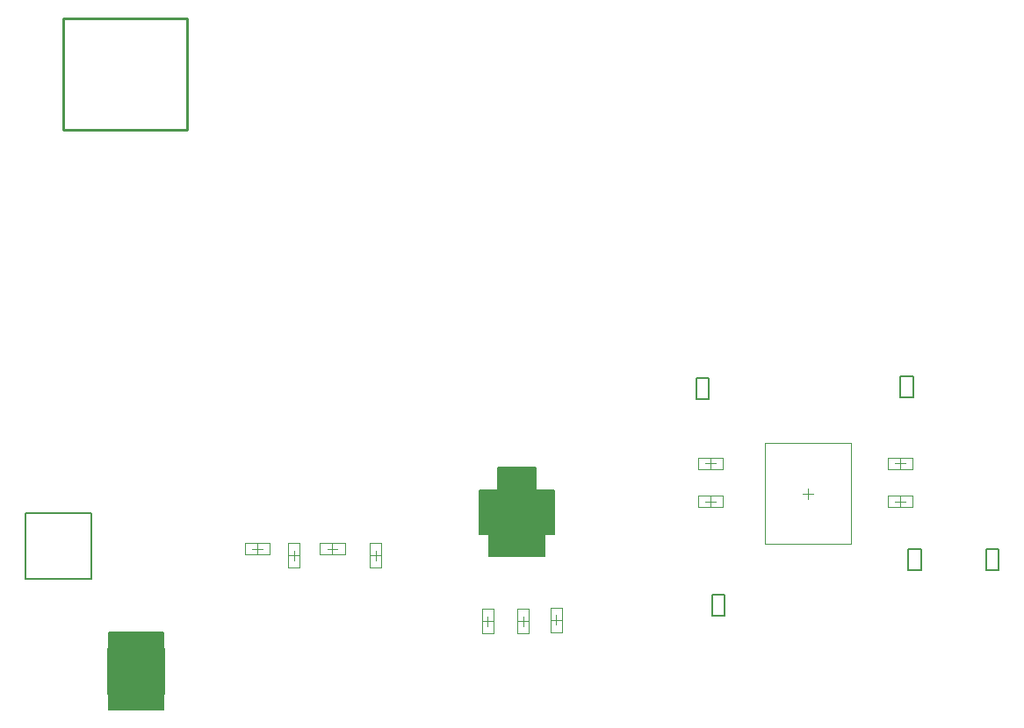
<source format=gbr>
%TF.GenerationSoftware,Altium Limited,Altium Designer,19.1.9 (167)*%
G04 Layer_Color=32768*
%FSLAX26Y26*%
%MOIN*%
%TF.FileFunction,Other,Mechanical_15*%
%TF.Part,Single*%
G01*
G75*
%TA.AperFunction,NonConductor*%
%ADD24C,0.010000*%
%ADD44C,0.003937*%
%ADD45C,0.006000*%
%ADD48C,0.007874*%
%ADD66C,0.001968*%
G36*
X483000Y592000D02*
Y651799D01*
X687000D01*
Y592000D01*
X691500D01*
Y418000D01*
X687000D01*
Y358201D01*
X483000D01*
Y418000D01*
X478500D01*
Y592000D01*
X483000D01*
D02*
G37*
G36*
X2172000Y1193000D02*
Y1027000D01*
X2135551D01*
Y941500D01*
X1924449D01*
Y1027000D01*
X1888000D01*
Y1193000D01*
X1959000D01*
Y1278500D01*
X2101000D01*
Y1193000D01*
X2172000D01*
D02*
G37*
D24*
X310039Y2987000D02*
X778150D01*
Y2562000D02*
Y2987000D01*
X310039Y2562000D02*
X778150D01*
X310039D02*
Y2987000D01*
D44*
X1473346Y897756D02*
X1516653D01*
X1473346Y992244D02*
X1516653D01*
X1473346Y897756D02*
Y992244D01*
X1516653Y897756D02*
Y992244D01*
X1495000Y926299D02*
Y963701D01*
X1476299Y945000D02*
X1513701D01*
X2161299Y700000D02*
X2198701D01*
X2180000Y681299D02*
Y718701D01*
X2158347Y652756D02*
Y747244D01*
X2201654Y652756D02*
Y747244D01*
X2158347Y652756D02*
X2201654D01*
X2158347Y747244D02*
X2201654D01*
X2033347Y742244D02*
X2076654D01*
X2033347Y647756D02*
X2076654D01*
Y742244D01*
X2033347Y647756D02*
Y742244D01*
X2055000Y676299D02*
Y713701D01*
X2036299Y695000D02*
X2073701D01*
X1901299Y695000D02*
X1938701D01*
X1920000Y676299D02*
Y713701D01*
X1941653Y647756D02*
Y742244D01*
X1898346Y647756D02*
Y742244D01*
X1941653D01*
X1898346Y647756D02*
X1941653D01*
X3532244Y1128346D02*
Y1171653D01*
X3437756Y1128346D02*
Y1171653D01*
Y1128346D02*
X3532244D01*
X3437756Y1171653D02*
X3532244D01*
X3466299Y1150000D02*
X3503701D01*
X3485000Y1131299D02*
Y1168701D01*
Y1276299D02*
Y1313701D01*
X3466299Y1295000D02*
X3503701D01*
X3437756Y1316653D02*
X3532244D01*
X3437756Y1273346D02*
X3532244D01*
X3437756D02*
Y1316653D01*
X3532244Y1273346D02*
Y1316653D01*
X2717756Y1273347D02*
Y1316654D01*
X2812244Y1273347D02*
Y1316654D01*
X2717756D02*
X2812244D01*
X2717756Y1273347D02*
X2812244D01*
X2746299Y1295000D02*
X2783701D01*
X2765000Y1276299D02*
Y1313701D01*
Y1131299D02*
Y1168701D01*
X2746299Y1150000D02*
X2783701D01*
X2717756Y1128347D02*
X2812244D01*
X2717756Y1171654D02*
X2812244D01*
Y1128347D02*
Y1171654D01*
X2717756Y1128347D02*
Y1171654D01*
X1092244Y948346D02*
Y991654D01*
X997756Y948346D02*
Y991654D01*
Y948346D02*
X1092244D01*
X997756Y991654D02*
X1092244D01*
X1026299Y970000D02*
X1063701D01*
X1045000Y951299D02*
Y988701D01*
X1163346Y992244D02*
X1206654D01*
X1163346Y897756D02*
X1206654D01*
Y992244D01*
X1163346Y897756D02*
Y992244D01*
X1185000Y926300D02*
Y963700D01*
X1166300Y945000D02*
X1203700D01*
X1330000Y951300D02*
Y988700D01*
X1311300Y970000D02*
X1348700D01*
X1282756Y991654D02*
X1377244D01*
X1282756Y948346D02*
X1377244D01*
X1282756D02*
Y991654D01*
X1377244Y948346D02*
Y991654D01*
X3115315Y1180001D02*
X3154685D01*
X3135001Y1160315D02*
Y1199685D01*
D45*
X2135551Y1027000D02*
X2172000D01*
X2135551Y941500D02*
Y1027000D01*
X1924449Y941500D02*
X2135551D01*
X1924449D02*
Y1027000D01*
X1888000D02*
X1924449D01*
X1888000D02*
Y1193000D01*
X1959000D01*
Y1278500D01*
X2101000D01*
Y1193000D02*
Y1278500D01*
Y1193000D02*
X2172000D01*
Y1027000D02*
Y1193000D01*
X483000Y651799D02*
X687000D01*
Y592001D02*
Y651799D01*
Y358201D02*
Y418001D01*
X483000Y358201D02*
X687000D01*
X483000D02*
Y418001D01*
Y592001D02*
Y651799D01*
X687000Y592001D02*
X691500D01*
Y418001D02*
Y592001D01*
X687000Y418001D02*
X691500D01*
X478500D02*
X483000D01*
X478500D02*
Y592001D01*
X483000D01*
D48*
X2759606Y1540630D02*
Y1619370D01*
X2710394Y1540630D02*
X2759606D01*
X2710394D02*
Y1619370D01*
X2759606D01*
X3810394Y890630D02*
Y969370D01*
X3859606D01*
Y890630D02*
Y969370D01*
X3810394Y890630D02*
X3859606D01*
X3515394D02*
Y969370D01*
X3564606D01*
Y890630D02*
Y969370D01*
X3515394Y890630D02*
X3564606D01*
X3534606Y1545630D02*
Y1624370D01*
X3485394Y1545630D02*
X3534606D01*
X3485394D02*
Y1624370D01*
X3534606D01*
X2770394Y715630D02*
Y794370D01*
X2819606D01*
Y715630D02*
Y794370D01*
X2770394Y715630D02*
X2819606D01*
X165000Y855000D02*
X415000D01*
Y1105000D01*
X165000D02*
X415000D01*
X165000Y855000D02*
Y1105000D01*
D66*
X3298387Y988071D02*
Y1371929D01*
X2971615Y988071D02*
Y1371929D01*
Y988071D02*
X3298387D01*
X2971615Y1371929D02*
X3298387D01*
%TF.MD5,d789abfbdb6fb9d6b17febe3b25b4eff*%
M02*

</source>
